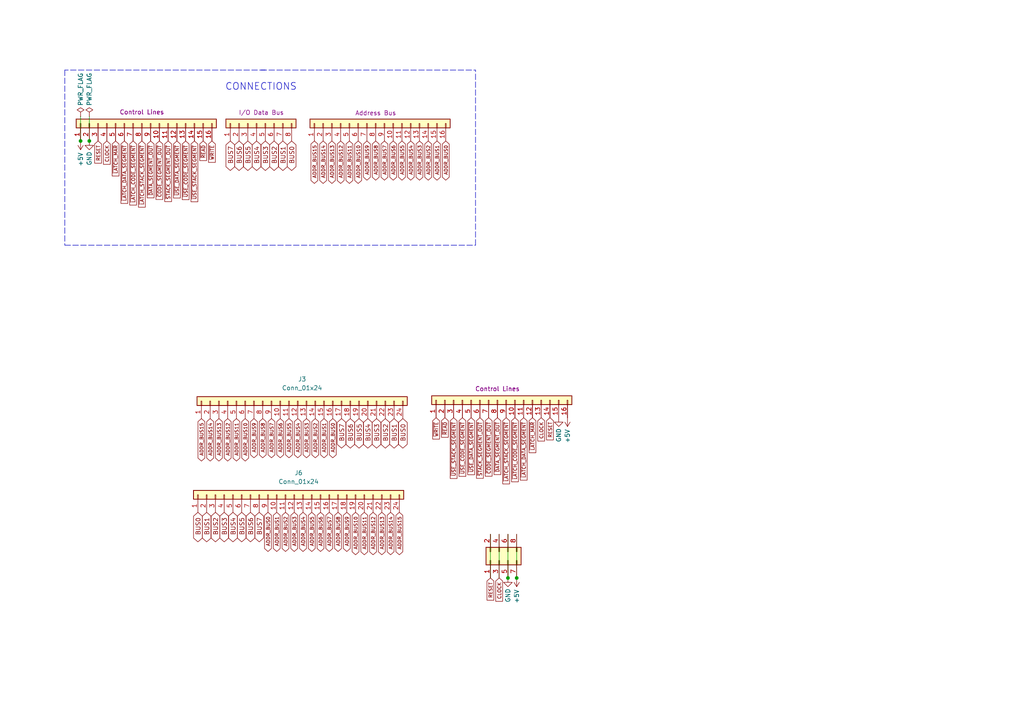
<source format=kicad_sch>
(kicad_sch (version 20211123) (generator eeschema)
  (paper "A4")
  (lib_symbols
    (symbol "Connector_Generic:Conn_01x08" (pin_names (offset 1.016) hide)
      (property "Reference" "J" (at 0 10.16 0))
      (property "Value" "Conn_01x08" (at 0 -12.7 0))
      (symbol "Conn_01x08_1_1"
        (rectangle (start -1.27 -10.033) (end 0 -10.287) (stroke (width 0.1524)))
        (rectangle (start -1.27 -7.493) (end 0 -7.747) (stroke (width 0.1524)))
        (rectangle (start -1.27 -4.953) (end 0 -5.207) (stroke (width 0.1524)))
        (rectangle (start -1.27 -2.413) (end 0 -2.667) (stroke (width 0.1524)))
        (rectangle (start -1.27 0.127) (end 0 -0.127) (stroke (width 0.1524)))
        (rectangle (start -1.27 2.667) (end 0 2.413) (stroke (width 0.1524)))
        (rectangle (start -1.27 5.207) (end 0 4.953) (stroke (width 0.1524)))
        (rectangle (start -1.27 7.747) (end 0 7.493) (stroke (width 0.1524)))
        (rectangle (start -1.27 8.89) (end 1.27 -11.43) (stroke (width 0.254)) (fill (type background)))
        (pin passive line (at -5.08 7.62 0) (length 3.81) (name "Pin_1") (number "1"))
        (pin passive line (at -5.08 5.08 0) (length 3.81) (name "Pin_2") (number "2"))
        (pin passive line (at -5.08 2.54 0) (length 3.81) (name "Pin_3") (number "3"))
        (pin passive line (at -5.08 0 0) (length 3.81) (name "Pin_4") (number "4"))
        (pin passive line (at -5.08 -2.54 0) (length 3.81) (name "Pin_5") (number "5"))
        (pin passive line (at -5.08 -5.08 0) (length 3.81) (name "Pin_6") (number "6"))
        (pin passive line (at -5.08 -7.62 0) (length 3.81) (name "Pin_7") (number "7"))
        (pin passive line (at -5.08 -10.16 0) (length 3.81) (name "Pin_8") (number "8"))
      )
    )
    (symbol "Connector_Generic:Conn_01x16" (pin_names (offset 1.016) hide)
      (property "Reference" "J" (at 0 20.32 0))
      (property "Value" "Conn_01x16" (at 0 -22.86 0))
      (symbol "Conn_01x16_1_1"
        (rectangle (start -1.27 -20.193) (end 0 -20.447) (stroke (width 0.1524)))
        (rectangle (start -1.27 -17.653) (end 0 -17.907) (stroke (width 0.1524)))
        (rectangle (start -1.27 -15.113) (end 0 -15.367) (stroke (width 0.1524)))
        (rectangle (start -1.27 -12.573) (end 0 -12.827) (stroke (width 0.1524)))
        (rectangle (start -1.27 -10.033) (end 0 -10.287) (stroke (width 0.1524)))
        (rectangle (start -1.27 -7.493) (end 0 -7.747) (stroke (width 0.1524)))
        (rectangle (start -1.27 -4.953) (end 0 -5.207) (stroke (width 0.1524)))
        (rectangle (start -1.27 -2.413) (end 0 -2.667) (stroke (width 0.1524)))
        (rectangle (start -1.27 0.127) (end 0 -0.127) (stroke (width 0.1524)))
        (rectangle (start -1.27 2.667) (end 0 2.413) (stroke (width 0.1524)))
        (rectangle (start -1.27 5.207) (end 0 4.953) (stroke (width 0.1524)))
        (rectangle (start -1.27 7.747) (end 0 7.493) (stroke (width 0.1524)))
        (rectangle (start -1.27 10.287) (end 0 10.033) (stroke (width 0.1524)))
        (rectangle (start -1.27 12.827) (end 0 12.573) (stroke (width 0.1524)))
        (rectangle (start -1.27 15.367) (end 0 15.113) (stroke (width 0.1524)))
        (rectangle (start -1.27 17.907) (end 0 17.653) (stroke (width 0.1524)))
        (rectangle (start -1.27 19.05) (end 1.27 -21.59) (stroke (width 0.254)) (fill (type background)))
        (pin passive line (at -5.08 17.78 0) (length 3.81) (name "Pin_1") (number "1"))
        (pin passive line (at -5.08 -5.08 0) (length 3.81) (name "Pin_10") (number "10"))
        (pin passive line (at -5.08 -7.62 0) (length 3.81) (name "Pin_11") (number "11"))
        (pin passive line (at -5.08 -10.16 0) (length 3.81) (name "Pin_12") (number "12"))
        (pin passive line (at -5.08 -12.7 0) (length 3.81) (name "Pin_13") (number "13"))
        (pin passive line (at -5.08 -15.24 0) (length 3.81) (name "Pin_14") (number "14"))
        (pin passive line (at -5.08 -17.78 0) (length 3.81) (name "Pin_15") (number "15"))
        (pin passive line (at -5.08 -20.32 0) (length 3.81) (name "Pin_16") (number "16"))
        (pin passive line (at -5.08 15.24 0) (length 3.81) (name "Pin_2") (number "2"))
        (pin passive line (at -5.08 12.7 0) (length 3.81) (name "Pin_3") (number "3"))
        (pin passive line (at -5.08 10.16 0) (length 3.81) (name "Pin_4") (number "4"))
        (pin passive line (at -5.08 7.62 0) (length 3.81) (name "Pin_5") (number "5"))
        (pin passive line (at -5.08 5.08 0) (length 3.81) (name "Pin_6") (number "6"))
        (pin passive line (at -5.08 2.54 0) (length 3.81) (name "Pin_7") (number "7"))
        (pin passive line (at -5.08 0 0) (length 3.81) (name "Pin_8") (number "8"))
        (pin passive line (at -5.08 -2.54 0) (length 3.81) (name "Pin_9") (number "9"))
      )
    )
    (symbol "Connector_Generic:Conn_01x24" (pin_names (offset 1.016) hide)
      (property "Reference" "J" (at 0 30.48 0))
      (property "Value" "Conn_01x24" (at 0 -33.02 0))
      (symbol "Conn_01x24_1_1"
        (rectangle (start -1.27 -30.353) (end 0 -30.607) (stroke (width 0.1524)))
        (rectangle (start -1.27 -27.813) (end 0 -28.067) (stroke (width 0.1524)))
        (rectangle (start -1.27 -25.273) (end 0 -25.527) (stroke (width 0.1524)))
        (rectangle (start -1.27 -22.733) (end 0 -22.987) (stroke (width 0.1524)))
        (rectangle (start -1.27 -20.193) (end 0 -20.447) (stroke (width 0.1524)))
        (rectangle (start -1.27 -17.653) (end 0 -17.907) (stroke (width 0.1524)))
        (rectangle (start -1.27 -15.113) (end 0 -15.367) (stroke (width 0.1524)))
        (rectangle (start -1.27 -12.573) (end 0 -12.827) (stroke (width 0.1524)))
        (rectangle (start -1.27 -10.033) (end 0 -10.287) (stroke (width 0.1524)))
        (rectangle (start -1.27 -7.493) (end 0 -7.747) (stroke (width 0.1524)))
        (rectangle (start -1.27 -4.953) (end 0 -5.207) (stroke (width 0.1524)))
        (rectangle (start -1.27 -2.413) (end 0 -2.667) (stroke (width 0.1524)))
        (rectangle (start -1.27 0.127) (end 0 -0.127) (stroke (width 0.1524)))
        (rectangle (start -1.27 2.667) (end 0 2.413) (stroke (width 0.1524)))
        (rectangle (start -1.27 5.207) (end 0 4.953) (stroke (width 0.1524)))
        (rectangle (start -1.27 7.747) (end 0 7.493) (stroke (width 0.1524)))
        (rectangle (start -1.27 10.287) (end 0 10.033) (stroke (width 0.1524)))
        (rectangle (start -1.27 12.827) (end 0 12.573) (stroke (width 0.1524)))
        (rectangle (start -1.27 15.367) (end 0 15.113) (stroke (width 0.1524)))
        (rectangle (start -1.27 17.907) (end 0 17.653) (stroke (width 0.1524)))
        (rectangle (start -1.27 20.447) (end 0 20.193) (stroke (width 0.1524)))
        (rectangle (start -1.27 22.987) (end 0 22.733) (stroke (width 0.1524)))
        (rectangle (start -1.27 25.527) (end 0 25.273) (stroke (width 0.1524)))
        (rectangle (start -1.27 28.067) (end 0 27.813) (stroke (width 0.1524)))
        (rectangle (start -1.27 29.21) (end 1.27 -31.75) (stroke (width 0.254)) (fill (type background)))
        (pin passive line (at -5.08 27.94 0) (length 3.81) (name "Pin_1") (number "1"))
        (pin passive line (at -5.08 5.08 0) (length 3.81) (name "Pin_10") (number "10"))
        (pin passive line (at -5.08 2.54 0) (length 3.81) (name "Pin_11") (number "11"))
        (pin passive line (at -5.08 0 0) (length 3.81) (name "Pin_12") (number "12"))
        (pin passive line (at -5.08 -2.54 0) (length 3.81) (name "Pin_13") (number "13"))
        (pin passive line (at -5.08 -5.08 0) (length 3.81) (name "Pin_14") (number "14"))
        (pin passive line (at -5.08 -7.62 0) (length 3.81) (name "Pin_15") (number "15"))
        (pin passive line (at -5.08 -10.16 0) (length 3.81) (name "Pin_16") (number "16"))
        (pin passive line (at -5.08 -12.7 0) (length 3.81) (name "Pin_17") (number "17"))
        (pin passive line (at -5.08 -15.24 0) (length 3.81) (name "Pin_18") (number "18"))
        (pin passive line (at -5.08 -17.78 0) (length 3.81) (name "Pin_19") (number "19"))
        (pin passive line (at -5.08 25.4 0) (length 3.81) (name "Pin_2") (number "2"))
        (pin passive line (at -5.08 -20.32 0) (length 3.81) (name "Pin_20") (number "20"))
        (pin passive line (at -5.08 -22.86 0) (length 3.81) (name "Pin_21") (number "21"))
        (pin passive line (at -5.08 -25.4 0) (length 3.81) (name "Pin_22") (number "22"))
        (pin passive line (at -5.08 -27.94 0) (length 3.81) (name "Pin_23") (number "23"))
        (pin passive line (at -5.08 -30.48 0) (length 3.81) (name "Pin_24") (number "24"))
        (pin passive line (at -5.08 22.86 0) (length 3.81) (name "Pin_3") (number "3"))
        (pin passive line (at -5.08 20.32 0) (length 3.81) (name "Pin_4") (number "4"))
        (pin passive line (at -5.08 17.78 0) (length 3.81) (name "Pin_5") (number "5"))
        (pin passive line (at -5.08 15.24 0) (length 3.81) (name "Pin_6") (number "6"))
        (pin passive line (at -5.08 12.7 0) (length 3.81) (name "Pin_7") (number "7"))
        (pin passive line (at -5.08 10.16 0) (length 3.81) (name "Pin_8") (number "8"))
        (pin passive line (at -5.08 7.62 0) (length 3.81) (name "Pin_9") (number "9"))
      )
    )
    (symbol "Connector_Generic:Conn_02x04_Odd_Even" (pin_names (offset 1.016) hide)
      (property "Reference" "J" (at 1.27 5.08 0))
      (property "Value" "Conn_02x04_Odd_Even" (at 1.27 -7.62 0))
      (symbol "Conn_02x04_Odd_Even_1_1"
        (rectangle (start -1.27 -4.953) (end 0 -5.207) (stroke (width 0.1524)))
        (rectangle (start -1.27 -2.413) (end 0 -2.667) (stroke (width 0.1524)))
        (rectangle (start -1.27 0.127) (end 0 -0.127) (stroke (width 0.1524)))
        (rectangle (start -1.27 2.667) (end 0 2.413) (stroke (width 0.1524)))
        (rectangle (start -1.27 3.81) (end 3.81 -6.35) (stroke (width 0.254)) (fill (type background)))
        (rectangle (start 3.81 -4.953) (end 2.54 -5.207) (stroke (width 0.1524)))
        (rectangle (start 3.81 -2.413) (end 2.54 -2.667) (stroke (width 0.1524)))
        (rectangle (start 3.81 0.127) (end 2.54 -0.127) (stroke (width 0.1524)))
        (rectangle (start 3.81 2.667) (end 2.54 2.413) (stroke (width 0.1524)))
        (pin passive line (at -5.08 2.54 0) (length 3.81) (name "Pin_1") (number "1"))
        (pin passive line (at 7.62 2.54 180) (length 3.81) (name "Pin_2") (number "2"))
        (pin passive line (at -5.08 0 0) (length 3.81) (name "Pin_3") (number "3"))
        (pin passive line (at 7.62 0 180) (length 3.81) (name "Pin_4") (number "4"))
        (pin passive line (at -5.08 -2.54 0) (length 3.81) (name "Pin_5") (number "5"))
        (pin passive line (at 7.62 -2.54 180) (length 3.81) (name "Pin_6") (number "6"))
        (pin passive line (at -5.08 -5.08 0) (length 3.81) (name "Pin_7") (number "7"))
        (pin passive line (at 7.62 -5.08 180) (length 3.81) (name "Pin_8") (number "8"))
      )
    )
    (symbol "power:+5V" (power) (pin_names (offset 0))
      (property "Value" "+5V" (at 0 3.556 0))
      (symbol "+5V_0_1"
        (polyline (pts (xy -0.762 1.27) (xy 0 2.54)))
        (polyline (pts (xy 0 0) (xy 0 2.54)))
        (polyline (pts (xy 0 2.54) (xy 0.762 1.27)))
      )
      (symbol "+5V_1_1"
        (pin power_in line (at 0 0 90) (length 0) hide (name "+5V") (number "1"))
      )
    )
    (symbol "power:GND" (power) (pin_names (offset 0))
      (property "Value" "GND" (at 0 -3.81 0))
      (symbol "GND_0_1"
        (polyline (pts (xy 0 0) (xy 0 -1.27) (xy 1.27 -1.27) (xy 0 -2.54) (xy -1.27 -1.27) (xy 0 -1.27)))
      )
      (symbol "GND_1_1"
        (pin power_in line (at 0 0 270) (length 0) hide (name "GND") (number "1"))
      )
    )
    (symbol "power:PWR_FLAG" (power) (pin_numbers hide) (pin_names (offset 0) hide)
      (property "Value" "PWR_FLAG" (at 0 3.81 0))
      (symbol "PWR_FLAG_0_0"
        (pin power_out line (at 0 0 90) (length 0) (name "pwr") (number "1"))
      )
      (symbol "PWR_FLAG_0_1"
        (polyline (pts (xy 0 0) (xy 0 1.27) (xy -1.016 1.905) (xy 0 2.54) (xy 1.016 1.905) (xy 0 1.27)))
      )
    )
  )
  (junction (at 147.32 167.64))
  (junction (at 25.908 40.894))
  (junction (at 23.368 40.894))
  (junction (at 149.86 167.64))
  (polyline (pts (xy 18.796 71.12) (xy 137.922 71.12)))
  (wire (pts (xy 25.908 33.782) (xy 25.908 40.894)))
  (wire (pts (xy 142.24 154.94) (xy 142.24 167.64)))
  (wire (pts (xy 144.78 154.94) (xy 144.78 167.64)))
  (wire (pts (xy 147.32 154.94) (xy 147.32 167.64)))
  (wire (pts (xy 149.86 154.94) (xy 149.86 167.64)))
  (polyline (pts (xy 18.796 20.32) (xy 18.796 71.12)))
  (polyline (pts (xy 76.962 20.32) (xy 18.796 20.32)))
  (polyline (pts (xy 75.692 20.32) (xy 137.922 20.32)))
  (wire (pts (xy 23.368 33.782) (xy 23.368 40.894)))
  (polyline (pts (xy 137.922 71.12) (xy 137.922 20.32)))
  (text "CONNECTIONS" (at 65.278 26.416 0) (effects (font (size 2 2)) (justify left bottom)))
  (global_label "ADDR_BUS11" (shape tri_state) (at 105.664 148.59 270) (effects (font (size 1 1))) (property "Intersheet References" "${INTERSHEET_REFS}" (effects hide)))
  (global_label "ADDR_BUS6" (shape tri_state) (at 81.28 121.412 270) (effects (font (size 1 1))) (property "Intersheet References" "${INTERSHEET_REFS}" (effects hide)))
  (global_label "~{DATA_SEGMENT_OUT}" (shape input) (at 43.688 40.894 270) (effects (font (size 1 1))) (property "Intersheet References" "${INTERSHEET_REFS}" (effects hide)))
  (global_label "ADDR_BUS2" (shape bidirectional) (at 124.206 40.894 270) (effects (font (size 1 1))) (property "Intersheet References" "${INTERSHEET_REFS}" (effects hide)))
  (global_label "ADDR_BUS4" (shape tri_state) (at 86.36 121.412 270) (effects (font (size 1 1))) (property "Intersheet References" "${INTERSHEET_REFS}" (effects hide)))
  (global_label "ADDR_BUS1" (shape bidirectional) (at 126.746 40.894 270) (effects (font (size 1 1))) (property "Intersheet References" "${INTERSHEET_REFS}" (effects hide)))
  (global_label "BUS4" (shape tri_state) (at 74.422 40.894 270) (property "Intersheet References" "${INTERSHEET_REFS}" (effects hide)))
  (global_label "BUS7" (shape tri_state) (at 99.06 121.412 270) (property "Intersheet References" "${INTERSHEET_REFS}" (effects hide)))
  (global_label "CLOCK" (shape input) (at 30.988 40.894 270) (effects (font (size 1 1))) (property "Intersheet References" "${INTERSHEET_REFS}" (effects hide)))
  (global_label "~{DATA_SEGMENT_OUT}" (shape input) (at 144.272 121.158 270) (effects (font (size 1 1))) (property "Intersheet References" "${INTERSHEET_REFS}" (effects hide)))
  (global_label "BUS1" (shape tri_state) (at 114.3 121.412 270) (property "Intersheet References" "${INTERSHEET_REFS}" (effects hide)))
  (global_label "ADDR_BUS14" (shape tri_state) (at 113.284 148.59 270) (effects (font (size 1 1))) (property "Intersheet References" "${INTERSHEET_REFS}" (effects hide)))
  (global_label "BUS5" (shape tri_state) (at 70.104 148.59 270) (property "Intersheet References" "${INTERSHEET_REFS}" (effects hide)))
  (global_label "ADDR_BUS7" (shape tri_state) (at 95.504 148.59 270) (effects (font (size 1 1))) (property "Intersheet References" "${INTERSHEET_REFS}" (effects hide)))
  (global_label "BUS2" (shape tri_state) (at 111.76 121.412 270) (property "Intersheet References" "${INTERSHEET_REFS}" (effects hide)))
  (global_label "~{LATCH_MAR}" (shape input) (at 33.528 40.894 270) (effects (font (size 1 1))) (property "Intersheet References" "${INTERSHEET_REFS}" (effects hide)))
  (global_label "ADDR_BUS7" (shape tri_state) (at 111.506 40.894 270) (effects (font (size 1 1))) (property "Intersheet References" "${INTERSHEET_REFS}" (effects hide)))
  (global_label "ADDR_BUS12" (shape tri_state) (at 66.04 121.412 270) (effects (font (size 1 1))) (property "Intersheet References" "${INTERSHEET_REFS}" (effects hide)))
  (global_label "BUS3" (shape tri_state) (at 109.22 121.412 270) (property "Intersheet References" "${INTERSHEET_REFS}" (effects hide)))
  (global_label "~{USE_CODE_SEGMENT}" (shape input) (at 53.848 40.894 270) (effects (font (size 1 1))) (property "Intersheet References" "${INTERSHEET_REFS}" (effects hide)))
  (global_label "ADDR_BUS15" (shape tri_state) (at 91.186 40.894 270) (effects (font (size 1 1))) (property "Intersheet References" "${INTERSHEET_REFS}" (effects hide)))
  (global_label "BUS3" (shape tri_state) (at 65.024 148.59 270) (property "Intersheet References" "${INTERSHEET_REFS}" (effects hide)))
  (global_label "BUS7" (shape tri_state) (at 66.802 40.894 270) (property "Intersheet References" "${INTERSHEET_REFS}" (effects hide)))
  (global_label "~{USE_STACK_SEGMENT}" (shape input) (at 131.572 121.158 270) (effects (font (size 1 1))) (property "Intersheet References" "${INTERSHEET_REFS}" (effects hide)))
  (global_label "~{LATCH_CODE_SEGMENT}" (shape input) (at 38.608 40.894 270) (effects (font (size 1 1))) (property "Intersheet References" "${INTERSHEET_REFS}" (effects hide)))
  (global_label "ADDR_BUS14" (shape tri_state) (at 60.96 121.412 270) (effects (font (size 1 1))) (property "Intersheet References" "${INTERSHEET_REFS}" (effects hide)))
  (global_label "ADDR_BUS3" (shape tri_state) (at 88.9 121.412 270) (effects (font (size 1 1))) (property "Intersheet References" "${INTERSHEET_REFS}" (effects hide)))
  (global_label "ADDR_BUS13" (shape tri_state) (at 96.266 40.894 270) (effects (font (size 1 1))) (property "Intersheet References" "${INTERSHEET_REFS}" (effects hide)))
  (global_label "BUS6" (shape tri_state) (at 101.6 121.412 270) (property "Intersheet References" "${INTERSHEET_REFS}" (effects hide)))
  (global_label "ADDR_BUS11" (shape tri_state) (at 101.346 40.894 270) (effects (font (size 1 1))) (property "Intersheet References" "${INTERSHEET_REFS}" (effects hide)))
  (global_label "~{USE_DATA_SEGMENT}" (shape input) (at 136.652 121.158 270) (effects (font (size 1 1))) (property "Intersheet References" "${INTERSHEET_REFS}" (effects hide)))
  (global_label "BUS1" (shape tri_state) (at 59.944 148.59 270) (property "Intersheet References" "${INTERSHEET_REFS}" (effects hide)))
  (global_label "ADDR_BUS5" (shape tri_state) (at 116.586 40.894 270) (effects (font (size 1 1))) (property "Intersheet References" "${INTERSHEET_REFS}" (effects hide)))
  (global_label "RESET" (shape input) (at 142.24 167.64 270) (effects (font (size 1 1))) (property "Intersheet References" "${INTERSHEET_REFS}" (effects hide)))
  (global_label "ADDR_BUS9" (shape tri_state) (at 73.66 121.412 270) (effects (font (size 1 1))) (property "Intersheet References" "${INTERSHEET_REFS}" (effects hide)))
  (global_label "ADDR_BUS13" (shape tri_state) (at 63.5 121.412 270) (effects (font (size 1 1))) (property "Intersheet References" "${INTERSHEET_REFS}" (effects hide)))
  (global_label "BUS2" (shape tri_state) (at 62.484 148.59 270) (property "Intersheet References" "${INTERSHEET_REFS}" (effects hide)))
  (global_label "ADDR_BUS0" (shape bidirectional) (at 129.286 40.894 270) (effects (font (size 1 1))) (property "Intersheet References" "${INTERSHEET_REFS}" (effects hide)))
  (global_label "~{WRITE}" (shape input) (at 126.492 121.158 270) (effects (font (size 1 1))) (property "Intersheet References" "${INTERSHEET_REFS}" (effects hide)))
  (global_label "ADDR_BUS10" (shape tri_state) (at 103.886 40.894 270) (effects (font (size 1 1))) (property "Intersheet References" "${INTERSHEET_REFS}" (effects hide)))
  (global_label "ADDR_BUS4" (shape tri_state) (at 119.126 40.894 270) (effects (font (size 1 1))) (property "Intersheet References" "${INTERSHEET_REFS}" (effects hide)))
  (global_label "~{LATCH_DATA_SEGMENT}" (shape input) (at 36.068 40.894 270) (effects (font (size 1 1))) (property "Intersheet References" "${INTERSHEET_REFS}" (effects hide)))
  (global_label "ADDR_BUS4" (shape tri_state) (at 87.884 148.59 270) (effects (font (size 1 1))) (property "Intersheet References" "${INTERSHEET_REFS}" (effects hide)))
  (global_label "RESET" (shape input) (at 159.512 121.158 270) (effects (font (size 1 1))) (property "Intersheet References" "${INTERSHEET_REFS}" (effects hide)))
  (global_label "~{LATCH_DATA_SEGMENT}" (shape input) (at 151.892 121.158 270) (effects (font (size 1 1))) (property "Intersheet References" "${INTERSHEET_REFS}" (effects hide)))
  (global_label "BUS0" (shape tri_state) (at 116.84 121.412 270) (property "Intersheet References" "${INTERSHEET_REFS}" (effects hide)))
  (global_label "ADDR_BUS12" (shape tri_state) (at 108.204 148.59 270) (effects (font (size 1 1))) (property "Intersheet References" "${INTERSHEET_REFS}" (effects hide)))
  (global_label "ADDR_BUS11" (shape tri_state) (at 68.58 121.412 270) (effects (font (size 1 1))) (property "Intersheet References" "${INTERSHEET_REFS}" (effects hide)))
  (global_label "BUS6" (shape tri_state) (at 72.644 148.59 270) (property "Intersheet References" "${INTERSHEET_REFS}" (effects hide)))
  (global_label "BUS0" (shape tri_state) (at 57.404 148.59 270) (property "Intersheet References" "${INTERSHEET_REFS}" (effects hide)))
  (global_label "~{STACK_SEGMENT_OUT}" (shape input) (at 48.768 40.894 270) (effects (font (size 1 1))) (property "Intersheet References" "${INTERSHEET_REFS}" (effects hide)))
  (global_label "~{STACK_SEGMENT_OUT}" (shape input) (at 139.192 121.158 270) (effects (font (size 1 1))) (property "Intersheet References" "${INTERSHEET_REFS}" (effects hide)))
  (global_label "ADDR_BUS2" (shape bidirectional) (at 91.44 121.412 270) (effects (font (size 1 1))) (property "Intersheet References" "${INTERSHEET_REFS}" (effects hide)))
  (global_label "~{LATCH_MAR}" (shape input) (at 154.432 121.158 270) (effects (font (size 1 1))) (property "Intersheet References" "${INTERSHEET_REFS}" (effects hide)))
  (global_label "ADDR_BUS1" (shape bidirectional) (at 93.98 121.412 270) (effects (font (size 1 1))) (property "Intersheet References" "${INTERSHEET_REFS}" (effects hide)))
  (global_label "~{READ}" (shape input) (at 58.928 40.894 270) (effects (font (size 1 1))) (property "Intersheet References" "${INTERSHEET_REFS}" (effects hide)))
  (global_label "ADDR_BUS7" (shape tri_state) (at 78.74 121.412 270) (effects (font (size 1 1))) (property "Intersheet References" "${INTERSHEET_REFS}" (effects hide)))
  (global_label "ADDR_BUS3" (shape tri_state) (at 121.666 40.894 270) (effects (font (size 1 1))) (property "Intersheet References" "${INTERSHEET_REFS}" (effects hide)))
  (global_label "~{CODE_SEGMENT_OUT}" (shape input) (at 141.732 121.158 270) (effects (font (size 1 1))) (property "Intersheet References" "${INTERSHEET_REFS}" (effects hide)))
  (global_label "ADDR_BUS8" (shape tri_state) (at 76.2 121.412 270) (effects (font (size 1 1))) (property "Intersheet References" "${INTERSHEET_REFS}" (effects hide)))
  (global_label "BUS2" (shape tri_state) (at 79.502 40.894 270) (property "Intersheet References" "${INTERSHEET_REFS}" (effects hide)))
  (global_label "~{LATCH_STACK_SEGMENT}" (shape input) (at 41.148 40.894 270) (effects (font (size 1 1))) (property "Intersheet References" "${INTERSHEET_REFS}" (effects hide)))
  (global_label "~{USE_CODE_SEGMENT}" (shape input) (at 134.112 121.158 270) (effects (font (size 1 1))) (property "Intersheet References" "${INTERSHEET_REFS}" (effects hide)))
  (global_label "ADDR_BUS9" (shape tri_state) (at 106.426 40.894 270) (effects (font (size 1 1))) (property "Intersheet References" "${INTERSHEET_REFS}" (effects hide)))
  (global_label "ADDR_BUS8" (shape tri_state) (at 108.966 40.894 270) (effects (font (size 1 1))) (property "Intersheet References" "${INTERSHEET_REFS}" (effects hide)))
  (global_label "ADDR_BUS0" (shape bidirectional) (at 77.724 148.59 270) (effects (font (size 1 1))) (property "Intersheet References" "${INTERSHEET_REFS}" (effects hide)))
  (global_label "ADDR_BUS0" (shape bidirectional) (at 96.52 121.412 270) (effects (font (size 1 1))) (property "Intersheet References" "${INTERSHEET_REFS}" (effects hide)))
  (global_label "BUS3" (shape tri_state) (at 76.962 40.894 270) (property "Intersheet References" "${INTERSHEET_REFS}" (effects hide)))
  (global_label "BUS6" (shape tri_state) (at 69.342 40.894 270) (property "Intersheet References" "${INTERSHEET_REFS}" (effects hide)))
  (global_label "BUS5" (shape tri_state) (at 71.882 40.894 270) (property "Intersheet References" "${INTERSHEET_REFS}" (effects hide)))
  (global_label "ADDR_BUS10" (shape tri_state) (at 71.12 121.412 270) (effects (font (size 1 1))) (property "Intersheet References" "${INTERSHEET_REFS}" (effects hide)))
  (global_label "~{LATCH_STACK_SEGMENT}" (shape input) (at 146.812 121.158 270) (effects (font (size 1 1))) (property "Intersheet References" "${INTERSHEET_REFS}" (effects hide)))
  (global_label "ADDR_BUS3" (shape tri_state) (at 85.344 148.59 270) (effects (font (size 1 1))) (property "Intersheet References" "${INTERSHEET_REFS}" (effects hide)))
  (global_label "ADDR_BUS12" (shape tri_state) (at 98.806 40.894 270) (effects (font (size 1 1))) (property "Intersheet References" "${INTERSHEET_REFS}" (effects hide)))
  (global_label "ADDR_BUS15" (shape tri_state) (at 115.824 148.59 270) (effects (font (size 1 1))) (property "Intersheet References" "${INTERSHEET_REFS}" (effects hide)))
  (global_label "ADDR_BUS9" (shape tri_state) (at 100.584 148.59 270) (effects (font (size 1 1))) (property "Intersheet References" "${INTERSHEET_REFS}" (effects hide)))
  (global_label "ADDR_BUS10" (shape tri_state) (at 103.124 148.59 270) (effects (font (size 1 1))) (property "Intersheet References" "${INTERSHEET_REFS}" (effects hide)))
  (global_label "CLOCK" (shape input) (at 144.78 167.64 270) (effects (font (size 1 1))) (property "Intersheet References" "${INTERSHEET_REFS}" (effects hide)))
  (global_label "BUS1" (shape tri_state) (at 82.042 40.894 270) (property "Intersheet References" "${INTERSHEET_REFS}" (effects hide)))
  (global_label "~{USE_STACK_SEGMENT}" (shape input) (at 56.388 40.894 270) (effects (font (size 1 1))) (property "Intersheet References" "${INTERSHEET_REFS}" (effects hide)))
  (global_label "~{CODE_SEGMENT_OUT}" (shape input) (at 46.228 40.894 270) (effects (font (size 1 1))) (property "Intersheet References" "${INTERSHEET_REFS}" (effects hide)))
  (global_label "BUS5" (shape tri_state) (at 104.14 121.412 270) (property "Intersheet References" "${INTERSHEET_REFS}" (effects hide)))
  (global_label "ADDR_BUS14" (shape tri_state) (at 93.726 40.894 270) (effects (font (size 1 1))) (property "Intersheet References" "${INTERSHEET_REFS}" (effects hide)))
  (global_label "~{LATCH_CODE_SEGMENT}" (shape input) (at 149.352 121.158 270) (effects (font (size 1 1))) (property "Intersheet References" "${INTERSHEET_REFS}" (effects hide)))
  (global_label "ADDR_BUS6" (shape tri_state) (at 114.046 40.894 270) (effects (font (size 1 1))) (property "Intersheet References" "${INTERSHEET_REFS}" (effects hide)))
  (global_label "ADDR_BUS5" (shape tri_state) (at 90.424 148.59 270) (effects (font (size 1 1))) (property "Intersheet References" "${INTERSHEET_REFS}" (effects hide)))
  (global_label "BUS4" (shape tri_state) (at 106.68 121.412 270) (property "Intersheet References" "${INTERSHEET_REFS}" (effects hide)))
  (global_label "ADDR_BUS15" (shape tri_state) (at 58.42 121.412 270) (effects (font (size 1 1))) (property "Intersheet References" "${INTERSHEET_REFS}" (effects hide)))
  (global_label "~{USE_DATA_SEGMENT}" (shape input) (at 51.308 40.894 270) (effects (font (size 1 1))) (property "Intersheet References" "${INTERSHEET_REFS}" (effects hide)))
  (global_label "CLOCK" (shape input) (at 156.972 121.158 270) (effects (font (size 1 1))) (property "Intersheet References" "${INTERSHEET_REFS}" (effects hide)))
  (global_label "BUS4" (shape tri_state) (at 67.564 148.59 270) (property "Intersheet References" "${INTERSHEET_REFS}" (effects hide)))
  (global_label "BUS0" (shape tri_state) (at 84.582 40.894 270) (property "Intersheet References" "${INTERSHEET_REFS}" (effects hide)))
  (global_label "ADDR_BUS8" (shape tri_state) (at 98.044 148.59 270) (effects (font (size 1 1))) (property "Intersheet References" "${INTERSHEET_REFS}" (effects hide)))
  (global_label "RESET" (shape input) (at 28.448 40.894 270) (effects (font (size 1 1))) (property "Intersheet References" "${INTERSHEET_REFS}" (effects hide)))
  (global_label "~{WRITE}" (shape input) (at 61.468 40.894 270) (effects (font (size 1 1))) (property "Intersheet References" "${INTERSHEET_REFS}" (effects hide)))
  (global_label "ADDR_BUS1" (shape bidirectional) (at 80.264 148.59 270) (effects (font (size 1 1))) (property "Intersheet References" "${INTERSHEET_REFS}" (effects hide)))
  (global_label "ADDR_BUS6" (shape tri_state) (at 92.964 148.59 270) (effects (font (size 1 1))) (property "Intersheet References" "${INTERSHEET_REFS}" (effects hide)))
  (global_label "ADDR_BUS5" (shape tri_state) (at 83.82 121.412 270) (effects (font (size 1 1))) (property "Intersheet References" "${INTERSHEET_REFS}" (effects hide)))
  (global_label "ADDR_BUS2" (shape bidirectional) (at 82.804 148.59 270) (effects (font (size 1 1))) (property "Intersheet References" "${INTERSHEET_REFS}" (effects hide)))
  (global_label "~{READ}" (shape input) (at 129.032 121.158 270) (effects (font (size 1 1))) (property "Intersheet References" "${INTERSHEET_REFS}" (effects hide)))
  (global_label "ADDR_BUS13" (shape tri_state) (at 110.744 148.59 270) (effects (font (size 1 1))) (property "Intersheet References" "${INTERSHEET_REFS}" (effects hide)))
  (global_label "BUS7" (shape tri_state) (at 75.184 148.59 270) (property "Intersheet References" "${INTERSHEET_REFS}" (effects hide)))
  (symbol (lib_id "Connector_Generic:Conn_01x24") (at 86.36 116.332 90) (unit 1)
    (property "Reference" "J3" (at 87.63 109.982 90))
    (property "Value" "Conn_01x24" (at 87.63 112.522 90))
    (property "Footprint" "Connector_PinHeader_2.54mm:PinHeader_1x24_P2.54mm_Horizontal" (effects hide))
  )
  (symbol (lib_id "power:+5V") (at 23.368 40.894 180) (unit 1)
    (property "Reference" "#PWR01" (effects hide))
    (property "Value" "+5V" (at 23.368 46.228 90))
  )
  (symbol (lib_id "power:PWR_FLAG") (at 23.368 33.782 0) (unit 1)
    (property "Reference" "#FLG01" (effects hide))
    (property "Value" "PWR_FLAG" (at 23.368 25.908 90))
  )
  (symbol (lib_id "power:GND") (at 147.32 167.64 0) (mirror y) (unit 1)
    (property "Reference" "#PWR0101" (effects hide))
    (property "Value" "GND" (at 147.32 172.72 90))
  )
  (symbol (lib_id "Connector_Generic:Conn_01x24") (at 85.344 143.51 90) (unit 1)
    (property "Reference" "J6" (at 86.614 137.16 90))
    (property "Value" "Conn_01x24" (at 86.614 139.7 90))
    (property "Footprint" "Connector_PinHeader_2.54mm:PinHeader_1x24_P2.54mm_Horizontal" (effects hide))
  )
  (symbol (lib_id "power:GND") (at 25.908 40.894 0) (unit 1)
    (property "Reference" "#PWR02" (effects hide))
    (property "Value" "GND" (at 25.908 45.974 90))
  )
  (symbol (lib_id "Connector_Generic:Conn_01x16") (at 41.148 35.814 90) (unit 1)
    (property "Reference" "J5" (effects hide))
    (property "Value" "Conn_01x16" (effects hide))
    (property "Footprint" "Connector_PinSocket_2.54mm:PinSocket_1x16_P2.54mm_Vertical" (effects hide))
    (property "Control" "Control Lines" (at 41.148 32.512 90))
  )
  (symbol (lib_id "power:+5V") (at 149.86 167.64 0) (mirror x) (unit 1)
    (property "Reference" "#PWR0102" (effects hide))
    (property "Value" "+5V" (at 149.86 172.974 90))
  )
  (symbol (lib_id "power:GND") (at 162.052 121.158 0) (mirror y) (unit 1)
    (property "Reference" "#PWR04" (effects hide))
    (property "Value" "GND" (at 162.052 126.238 90))
  )
  (symbol (lib_id "Connector_Generic:Conn_01x16") (at 108.966 35.814 90) (unit 1)
    (property "Reference" "J4" (effects hide))
    (property "Value" "Conn_01x16" (effects hide))
    (property "Footprint" "Connector_PinSocket_2.54mm:PinSocket_1x16_P2.54mm_Vertical" (effects hide))
    (property "Field4" "Address Bus" (at 108.966 32.766 90))
  )
  (symbol (lib_id "power:PWR_FLAG") (at 25.908 33.782 0) (unit 1)
    (property "Reference" "#FLG02" (effects hide))
    (property "Value" "PWR_FLAG" (at 25.908 25.908 90))
  )
  (symbol (lib_id "Connector_Generic:Conn_01x08") (at 74.422 35.814 90) (unit 1)
    (property "Reference" "J2" (effects hide))
    (property "Value" "Conn_01x08" (effects hide))
    (property "Footprint" "Connector_PinSocket_2.54mm:PinSocket_1x08_P2.54mm_Vertical" (effects hide))
    (property "L" "I/O Data Bus" (at 75.7936 32.639 90))
  )
  (symbol (lib_id "power:+5V") (at 164.592 121.158 0) (mirror x) (unit 1)
    (property "Reference" "#PWR03" (effects hide))
    (property "Value" "+5V" (at 164.592 126.492 90))
  )
  (symbol (lib_id "Connector_Generic:Conn_01x16") (at 144.272 116.078 90) (unit 1)
    (property "Reference" "J1" (effects hide))
    (property "Value" "Conn_01x16" (effects hide))
    (property "Footprint" "Connector_PinHeader_2.54mm:PinHeader_1x16_P2.54mm_Horizontal" (effects hide))
    (property "Control" "Control Lines" (at 144.272 112.776 90))
  )
  (symbol (lib_id "Connector_Generic:Conn_02x04_Odd_Even") (at 144.78 162.56 90) (unit 1)
    (property "Reference" "J7" (effects hide))
    (property "Value" "Conn_01x04" (effects hide))
    (property "Footprint" "Connector_PinHeader_2.54mm:PinHeader_2x04_P2.54mm_Vertical" (effects hide))
  )
)
</source>
